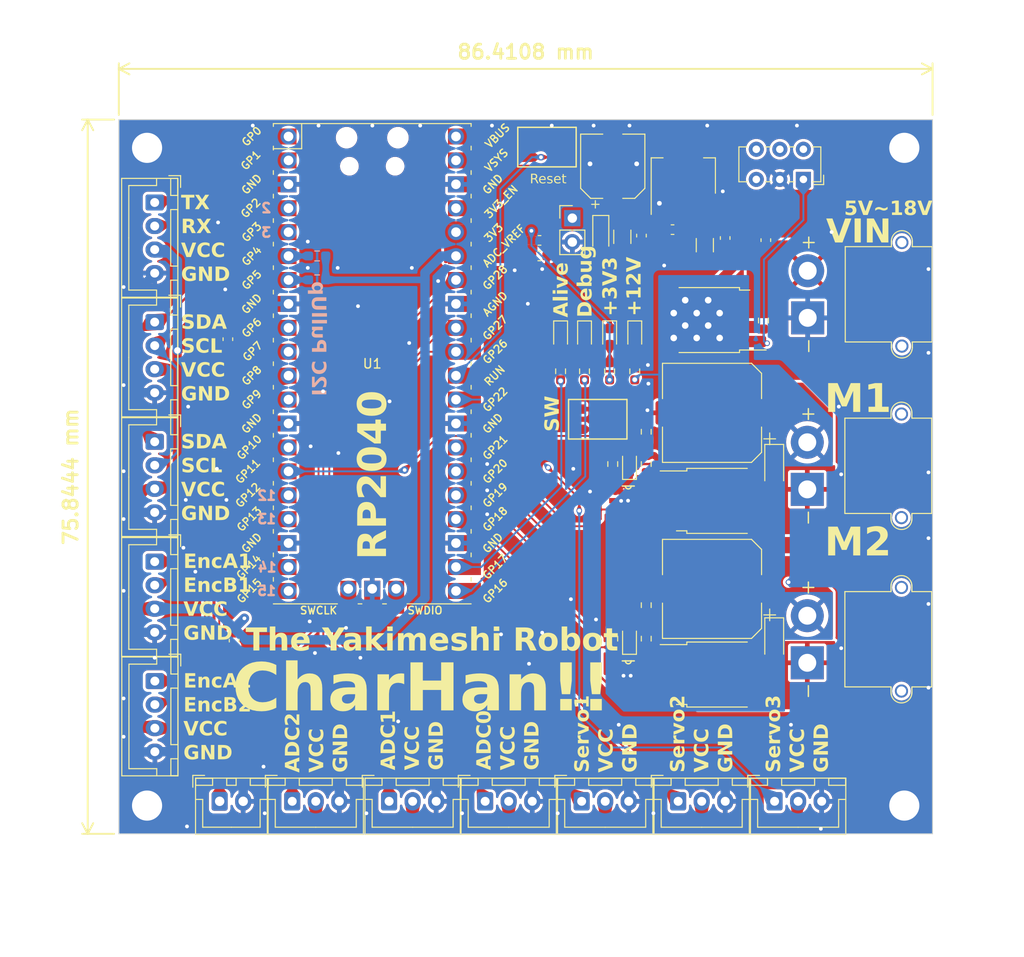
<source format=kicad_pcb>
(kicad_pcb (version 20221018) (generator pcbnew)
  (layers (0 "F.Cu" signal) (31 "B.Cu" signal) (34 "B.Paste" user) (35 "F.Paste" user) (36 "B.SilkS" user "B.Silkscreen") (37 "F.SilkS" user "F.Silkscreen") (38 "B.Mask" user) (39 "F.Mask" user) (44 "Edge.Cuts" user))
  (net 0 "")
  (net 1 "MOut2")
  (net 2 "+12V")
  (net 3 "GND")
  (net 4 "MOut1")
  (net 5 "+3V3")
  (net 6 "Net-(D2-A)")
  (net 7 "Net-(D3-A)")
  (net 8 "Net-(D4-A)")
  (net 9 "Net-(D5-A)")
  (net 10 "ADC0")
  (net 11 "ADC1")
  (net 12 "ADC2")
  (net 13 "SDA")
  (net 14 "SCL")
  (net 15 "EncPortA2")
  (net 16 "EncPortA1")
  (net 17 "+BATT")
  (net 18 "EMG_SW")
  (net 19 "Servo1")
  (net 20 "Servo2")
  (net 21 "Net-(Q1-G)")
  (net 22 "Net-(Q2-G)")
  (net 23 "Net-(Q3-G)")
  (net 24 "Debug_LED")
  (net 25 "Alive_LED")
  (net 26 "RUN")
  (net 27 "Net-(U2-~{OUT})")
  (net 28 "Net-(U3-~{OUT})")
  (net 29 "TX0")
  (net 30 "RX0")
  (net 31 "EncPortB1")
  (net 32 "SW")
  (net 37 "MotorB")
  (net 38 "MotorA")
  (net 44 "EncPortB2")
  (net 47 "Servo3")
  (net 48 "Net-(D6-A)")
  (net 49 "Net-(D7-A)")
  (footprint "Resistor_SMD:R_0603_1608Metric_Pad0.98x0.95mm_HandSolder" (layer "F.Cu") (at 112.903 105.918 90)
    (fp_text reference "R12" hide)
    (fp_text value "51" hide)
  )
  (footprint "Connector_JST:JST_XH_B3B-XH-A_1x03_P2.50mm_Vertical" (layer "F.Cu") (at 85.598 123.19)
    (fp_text reference "J6" hide)
    (fp_text value "JST-XH" hide)
  )
  (footprint "Connector_JST:JST_XH_B4B-XH-A_1x04_P2.50mm_Vertical" (layer "F.Cu") (at 60.706 59.603 -90)
    (fp_text reference "J2" hide)
    (fp_text value "JST-XH" hide)
  )
  (footprint "Capacitor_SMD:CP_Elec_10x10" (layer "F.Cu") (at 119.888 81.9404 180)
    (fp_text reference "C4" hide)
    (fp_text value "220u")
  )
  (footprint "Package_TO_SOT_SMD:TO-252-2" (layer "F.Cu") (at 120.523 109.728)
    (fp_text reference "Q2" hide)
    (fp_text value "MTB7D0N6RJ3" hide)
  )
  (footprint "LED_SMD:LED_0603_1608Metric_Pad1.05x0.95mm_HandSolder" (layer "F.Cu") (at 111.125 105.918 90)
    (fp_text reference "D7" hide)
    (fp_text value "LED" hide)
  )
  (footprint "Resistor_SMD:R_0603_1608Metric_Pad0.98x0.95mm_HandSolder" (layer "F.Cu") (at 112.903 83.947 90)
    (fp_text reference "R13" hide)
    (fp_text value "10k" hide)
  )
  (footprint "Capacitor_SMD:C_0603_1608Metric_Pad1.08x0.95mm_HandSolder" (layer "F.Cu") (at 112.395 63.119 -90)
    (fp_text reference "C7" hide)
    (fp_text value "0.1u" hide)
  )
  (footprint "Resistor_SMD:R_0603_1608Metric_Pad0.98x0.95mm_HandSolder" (layer "F.Cu") (at 109.347 87.376 90)
    (fp_text reference "R1" hide)
    (fp_text value "1k" hide)
  )
  (footprint "Diode_SMD:D_SOD-123F" (layer "F.Cu") (at 126.492 87.503 -90)
    (fp_text reference "D8" hide)
    (fp_text value "ＧＳ１０１０ＦＬ" hide)
  )
  (footprint "Diode_SMD:D_SOD-323_HandSoldering" (layer "F.Cu") (at 108.077 62.992 -90)
    (fp_text reference "D1" hide)
    (fp_text value "D_Schottky" hide)
  )
  (footprint "MCU_RaspberryPi_and_Boards:RPi_Pico_SMD_TH" (layer "F.Cu") (at 83.808 76.723)
    (fp_text reference "U1")
    (fp_text value "Pico" hide)
  )
  (footprint "Connector_AMASS:AMASS_XT30PW-M_1x02_P2.50mm_Horizontal" (layer "F.Cu") (at 130.005525 108.4814 -90)
    (fp_text reference "J16" hide)
    (fp_text value "XT30PW-M" hide)
  )
  (footprint "Package_TO_SOT_SMD:TO-252-2" (layer "F.Cu") (at 119.4965 72.0857 180)
    (fp_text reference "Q3" hide)
    (fp_text value "TJ60S04M3L" hide)
  )
  (footprint "Package_TO_SOT_SMD:TO-252-2" (layer "F.Cu") (at 120.523 91.2896)
    (fp_text reference "Q1" hide)
    (fp_text value "MTB7D0N6RJ3" hide)
  )
  (footprint "Capacitor_SMD:C_0603_1608Metric_Pad1.08x0.95mm_HandSolder" (layer "F.Cu") (at 121.285 63.373 -90)
    (fp_text reference "C10" hide)
    (fp_text value "0.1u" hide)
  )
  (footprint "LED_SMD:LED_0603_1608Metric_Pad1.05x0.95mm_HandSolder" (layer "F.Cu") (at 106.3498 73.8397 -90)
    (fp_text reference "D4" hide)
    (fp_text value "LED" hide)
  )
  (footprint "Connector_JST:JST_XH_B4B-XH-A_1x04_P2.50mm_Vertical" (layer "F.Cu") (at 60.706 72.303 -90)
    (fp_text reference "J8" hide)
    (fp_text value "JST-XH" hide)
  )
  (footprint "Diode_SMD:D_SOD-123F" (layer "F.Cu") (at 126.492 105.918 -90)
    (fp_text reference "D9" hide)
    (fp_text value "D" hide)
  )
  (footprint "Capacitor_SMD:C_0603_1608Metric_Pad1.08x0.95mm_HandSolder" (layer "F.Cu") (at 115.697 62.484 180)
    (fp_text reference "C12" hide)
    (fp_text value "0.1u" hide)
  )
  (footprint "MCP1401T-E_OT:SOT95P270X145-5N" (layer "F.Cu") (at 110.998 109.8314)
    (fp_text reference "U3" hide)
    (fp_text value "MCP1401T-E_OT" hide)
  )
  (footprint "MCP1401T-E_OT:SOT95P270X145-5N" (layer "F.Cu") (at 110.998 91.2642)
    (fp_text reference "U2" hide)
    (fp_text value "MCP1401T-E_OT" hide)
  )
  (footprint "Connector_JST:JST_XH_B4B-XH-A_1x04_P2.50mm_Vertical" (layer "F.Cu") (at 60.706 85.01 -90)
    (fp_text reference "J9" hide)
    (fp_text value "JST-XH" hide)
  )
  (footprint "Connector_JST:JST_XH_B3B-XH-A_1x03_P2.50mm_Vertical" (layer "F.Cu") (at 75.311 123.19)
    (fp_text reference "J7" hide)
    (fp_text value "JST-XH" hide)
  )
  (footprint "Connector_PinHeader_2.54mm:PinHeader_1x02_P2.54mm_Vertical" (layer "F.Cu") (at 105.0544 61.2648)
    (fp_text reference "J4" hide)
    (fp_text value "~" hide)
  )
  (footprint "Capacitor_SMD:CP_Elec_6.3x5.4" (layer "F.Cu") (at 109.347 55.753 90)
    (fp_text reference "C8" hide)
    (fp_text value "220u" hide)
  )
  (footprint "LED_SMD:LED_0603_1608Metric_Pad1.05x0.95mm_HandSolder" (layer "F.Cu") (at 111.125 87.3507 90)
    (fp_text reference "D6" hide)
    (fp_text value "LED" hide)
  )
  (footprint "Connector_JST:JST_XH_B4B-XH-A_1x04_P2.50mm_Vertical" (layer "F.Cu") (at 60.706 97.743 -90)
    (fp_text reference "J11" hide)
    (fp_text value "JST-XH" hide)
  )
  (footprint "Capacitor_SMD:CP_Elec_10x10" (layer "F.Cu") (at 119.888 100.6348 180)
    (fp_text reference "C2" hide)
    (fp_text value "220u")
  )
  (footprint "Connector_JST:JST_XH_B3B-XH-A_1x03_P2.50mm_Vertical" (layer "F.Cu") (at 116.292 123.19)
    (fp_text reference "J15" hide)
    (fp_text value "JST-XH" hide)
  )
  (footprint "Resistor_SMD:R_0603_1608Metric_Pad0.98x0.95mm_HandSolder" (layer "F.Cu") (at 112.903 102.362 90)
    (fp_text reference "R10" hide)
    (fp_text value "10k" hide)
  )
  (footprint "Connector_AMASS:AMASS_XT30PW-M_1x02_P2.50mm_Horizontal" (layer "F.Cu") (at 130.048 71.8528 -90)
    (fp_text reference "J12" hide)
    (fp_text value "XT30PW-M" hide)
  )
  (footprint "Connector_JST:JST_XH_B3B-XH-A_1x03_P2.50mm_Vertical" (layer "F.Cu") (at 95.798 123.19)
    (fp_text reference "J5" hide)
    (fp_text value "JST-XH" hide)
  )
  (footprint "Connector_JST:JST_XH_B4B-XH-A_1x04_P2.50mm_Vertical" (layer "F.Cu") (at 60.723 110.423 -90)
    (fp_text reference "J10" hide)
    (fp_text value "JST-XH" hide)
  )
  (footprint "Capacitor_SMD:C_1206_3216Metric_Pad1.33x1.80mm_HandSolder" (layer "F.Cu") (at 110.363 63.246 -90)
    (fp_text reference "C6" hide)
    (fp_text value "22u" hide)
  )
  (footprint "LED_SMD:LED_0603_1608Metric_Pad1.05x0.95mm_HandSolder" (layer "F.Cu") (at 111.6838 73.8397 -90)
    (fp_text reference "D2" hide)
    (fp_text value "LED" hide)
  )
  (footprint "Resistor_SMD:R_0603_1608Metric_Pad0.98x0.95mm_HandSolder" (layer "F.Cu") (at 109.0168 77.5227 90)
    (fp_text reference "R6" hide)
    (fp_text value "1k" hide)
  )
  (footprint "LED_SMD:LED_0603_1608Metric_Pad1.05x0.95mm_HandSolder" (layer "F.Cu") (at 103.8098 73.8397 -90)
    (fp_text reference "D5" hide)
    (fp_text value "LED" hide)
  )
  (footprint "Resistor_SMD:R_0603_1608Metric_Pad0.98x0.95mm_HandSolder" (layer "F.Cu") (at 111.6838 77.5227 90)
    (fp_text reference "R8" hide)
    (fp_text value "10k" hide)
  )
  (footprint "Resistor_SMD:R_0603_1608Metric_Pad0.98x0.95mm_HandSolder" (layer "F.Cu") (at 109.347 105.918 90)
    (fp_text reference "R2" hide)
    (fp_text value "1k" hide)
  )
  (footprint "Capacitor_SMD:C_0603_1608Metric_Pad1.08x0.95mm_HandSolder" (layer "F.Cu") (at 125.603 63.6005 -90)
    (fp_text reference "C15" hide)
    (fp_text value "0.1u" hide)
  )
  (footprint "newinov-kicad:SKRPACE010" (layer "F.Cu") (at 107.755 82.618)
    (fp_text reference "SW3" hide)
    (fp_text value "SW_Push" hide)
  )
  (footprint "Capacitor_SMD:C_1206_3216Metric_Pad1.33x1.80mm_HandSolder" (layer "F.Cu") (at 119.126 64.135 -90)
    (fp_text reference "C5" hide)
    (fp_text value "22u" hide)
  )
  (footprint "newinov-kicad:SKRPACE010" (layer "F.Cu") (at 102.362 53.721)
    (fp_text reference "SW1" hide)
    (fp_text value "SW_Push" hide)
  )
  (footprint "Resistor_SMD:R_0603_1608Metric_Pad0.98x0.95mm_HandSolder" (layer "F.Cu") (at 125.349 72.136 -90)
    (fp_text reference "R5" hide)
    (fp_text value "10k" hide)
  )
  (footprint "Connector_JST:JST_XH_B3B-XH-A_1x03_P2.50mm_Vertical" (layer "F.Cu") (at 106.045 123.19)
    (fp_text reference "J14" hide)
    (fp_text value "JST-XH" hide)
  )
  (footprint "Resistor_SMD:R_0603_1608Metric_Pad0.98x0.95mm_HandSolder" (layer "F.Cu") (at 103.8098 77.5227 90)
    (fp_text reference "R9" hide)
    (fp_text value "1k" hide)
  )
  (footprint "Capacitor_SMD:C_0603_1608Metric_Pad1.08x0.95mm_HandSolder" (layer "F.Cu") (at 69.1388 106.1212 -90)
    (fp_text reference "C13" hide)
    (fp_text value "0.1u" hide)
  )
  (footprint "Capacitor_SMD:C_0603_1608Metric_Pad1.08x0.95mm_HandSolder" (layer "F.Cu") (at 68.4784 74.1172 90)
    (fp_text reference "C14" hide)
    (fp_text value "0.1u" hide)
  )
  (footprint "Capacitor_SMD:C_0603_1608Metric_Pad1.08x0.95mm_HandSolder" (layer "F.Cu") (at 101.547 65.278)
    (fp_text reference "C9" hide)
    (fp_text value "0.1u" hide)
  )
  (footprint "Capacitor_SMD:C_0603_1608Metric_Pad1.08x0.95mm_HandSolder" (layer "F.Cu") (at 101.5735 63.627)
    (fp_text reference "C11" hide)
    (fp_text value "0.1u" hide)
  )
  (footprint "LED_SMD:LED_0603_1608Metric_Pad1.05x0.95mm_HandSolder" (layer "F.Cu") (at 109.0168 73.8397 -90)
    (fp_text reference "D3" hide)
    (fp_text value "LED" hide)
  )
  (footprint "Resistor_SMD:R_0603_1608Metric_Pad0.98x0.95mm_HandSolder" (layer "F.Cu") (at 112.903 87.376 90)
    (fp_text reference "R11" hide)
    (fp_text value "51" hide)
  )
  (footprint "Connector_JST:JST_XH_B3B-XH-A_1x03_P2.50mm_Vertical" (layer "F.Cu") (at 126.532 123.19)
    (fp_text reference "J3" hide)
    (fp_text value "JST-XH" hide)
  )
  (footprint "Package_TO_SOT_SMD:SOT-223-3_TabPin2" (layer "F.Cu") (at 116.84 56.769 90)
    (fp_text reference "U4" hide)
    (fp_text value "AZ1117CH-3.3TR" hide)
  )
  (footprint "Connector_JST:JST_XH_B2B-XH-A_1x02_P2.50mm_Vertical" (layer "F.Cu") (at 67.604 123.19)
    (fp_text reference "J13" hide)
    (fp_text value "JST-XH" hide)
  )
  (footprint "Button_Switch_THT:SW_E-Switch_EG1271_SPDT" (layer "F.Cu") (at 129.5908 57.15 180)
    (fp_text reference "SW2" hide)
    (fp_text value "SW_DPST_x2" hide)
  )
  (footprint "Connector_AMASS:AMASS_XT30PW-M_1x02_P2.50mm_Horizontal" (layer "F.Cu") (at 130.0048 90.0656 -90)
    (fp_text reference "J1" hide)
    (fp_text value "XT30PW-M" hide)
  )
  (footprint "Resistor_SMD:R_0603_1608Metric_Pad0.98x0.95mm_HandSolder" (layer "F.Cu") (at 106.3498 77.5227 90)
    (fp_text reference "R7" hide)
    (fp_text value "1k" hide)
  )
  (footprint "Resistor_SMD:R_0603_1608Metric_Pad0.98x0.95mm_HandSolder" (layer "B.Cu") (at 77.9545 65.278 180)
    (fp_text reference "R3" hide)
    (fp_text value "10k" hide)
  )
  (footprint "Resistor_SMD:R_0603_1608Metric_Pad0.98x0.95mm_HandSolder" (layer "B.Cu") (at 77.9545 67.818 180)
    (fp_text reference "R4" hide)
    (fp_text value "10k" hide)
  )
  (gr_rect (start 56.896 50.8) (end 143.3068 126.6444) (stroke (width 0.1)) (fill none) (layer "Edge.Cuts"))
  (gr_text "2" (at 72.5424 60.198) (layer "B.SilkS") (effects (font (size 1 1) (thickness 0.25) bold) (justify mirror)))
  (gr_text "12" (at 72.5932 90.7288) (layer "B.SilkS") (effects (font (size 1 1) (thickness 0.25) bold) (justify mirror)))
  (gr_text "14" (at 72.644 98.3488) (layer "B.SilkS") (effects (font (size 1 1) (thickness 0.25) bold) (justify mirror)))
  (gr_text "3" (at 72.5424 62.7888) (layer "B.SilkS") (effects (font (size 1 1) (thickness 0.25) bold) (justify mirror)))
  (gr_text "15" (at 72.5932 100.838) (layer "B.SilkS") (effects (font (size 1 1) (thickness 0.25) bold) (justify mirror)))
  (gr_text "I2C PullUp" (at 78.0288 74.0664 270) (layer "B.SilkS") (effects (font (size 1.5 1.5) (thickness 0.3) bold) (justify mirror)))
  (gr_text "13" (at 72.5932 93.218) (layer "B.SilkS") (effects (font (size 1 1) (thickness 0.25) bold) (justify mirror)))
  (gr_text "Servo3" (at 126.492 120.142 90) (layer "F.SilkS") (effects (font (size 1.5 1.5) (thickness 0.3) bold) (justify left)))
  (gr_text "Reset" (at 102.489 57.15) (layer "F.SilkS") (effects (font (size 1 1) (thickness 0.125))))
  (gr_text "VCC" (at 77.978 120.142 90) (layer "F.SilkS") (effects (font (size 1.5 1.5) (thickness 0.3) bold) (justify left)))
  (gr_text "VCC" (at 63.5 90.17) (layer "F.SilkS") (effects (font (size 1.5 1.5) (thickness 0.3) bold) (justify left)))
  (gr_text "SDA" (at 63.5 72.39) (layer "F.SilkS") (effects (font (size 1.5 1.5) (thickness 0.3) bold) (justify left)))
  (gr_text "VCC" (at 118.872 120.142 90) (layer "F.SilkS") (effects (font (size 1.5 1.5) (thickness 0.3) bold) (justify left)))
  (gr_text "+3V3" (at 109.1438 71.6807 90) (layer "F.SilkS") (effects (font (size 1.5 1.5) (thickness 0.3) bold) (justify left)))
  (gr_text "SDA" (at 63.5 85.09) (layer "F.SilkS") (effects (font (size 1.5 1.5) (thickness 0.3) bold) (justify left)))
  (gr_text "GND" (at 63.754 105.41) (layer "F.SilkS") (effects (font (size 1.5 1.5) (thickness 0.3) bold) (justify left)))
  (gr_text "SW" (at 102.997 83.947 90) (layer "F.SilkS") (effects (font (size 1.5 1.5) (thickness 0.3) bold) (justify left)))
  (gr_text "VIN\n" (at 138.938 62.8104) (layer "F.SilkS") (effects (font (size 2.5 2.5) (thickness 0.3) bold) (justify right)))
  (gr_text "EncA1" (at 63.754 97.79) (layer "F.SilkS") (effects (font (size 1.5 1.5) (thickness 0.3) bold) (justify left)))
  (gr_text "GND" (at 131.572 120.142 90) (layer "F.SilkS") (effects (font (size 1.5 1.5) (thickness 0.3) bold) (justify left)))
  (gr_text "ADC0" (at 95.758 119.888 90) (layer "F.SilkS") (effects (font (size 1.5 1.5) (thickness 0.3) bold) (justify left)))
  (gr_text "VCC" (at 63.5 77.47) (layer "F.SilkS") (effects (font (size 1.5 1.5) (thickness 0.3) bold) (justify left)))
  (gr_text "VCC" (at 108.712 120.142 90) (layer "F.SilkS") (effects (font (size 1.5 1.5) (thickness 0.3) bold) (justify left)))
  (gr_text "VCC" (at 129.032 120.142 90) (layer "F.SilkS") (effects (font (size 1.5 1.5) (thickness 0.3) bold) (justify left)))
  (gr_text "Servo1" (at 106.172 120.142 90) (layer "F.SilkS") (effects (font (size 1.5 1.5) (thickness 0.3) bold) (justify left)))
  (gr_text "RP2040" (at 84.0232 97.536 90) (layer "F.SilkS") (effects (font (size 3 3) (thickness 0.3) bold) (justify left)))
  (gr_text "VCC" (at 63.754 115.57) (layer "F.SilkS") (effects (font (size 1.5 1.5) (thickness 0.3) bold) (justify left)))
  (gr_text "ADC2" (at 75.438 120.142 90) (layer "F.SilkS") (effects (font (size 1.5 1.5) (thickness 0.3) bold) (justify left)))
  (gr_text "GND" (at 100.838 119.888 90) (layer "F.SilkS") (effects (font (size 1.5 1.5) (thickness 0.3) bold) (justify left)))
  (gr_text "ADC1" (at 85.598 119.888 90) (layer "F.SilkS") (effects (font (size 1.5 1.5) (thickness 0.3) bold) (justify left)))
  (gr_text "EncA2\n" (at 63.754 110.49) (layer "F.SilkS") (effects (font (size 1.5 1.5) (thickness 0.3) bold) (justify left)))
  (gr_text "The Yakimeshi Robot" (at 70.358 104.775) (layer "F.SilkS") (effects (font (size 2.4 2.4) (thickness 0.3) bold italic) (justify left top)))
  (gr_text "VCC" (at 63.754 102.87) (layer "F.SilkS") (effects (font (size 1.5 1.5) (thickness 0.3) bold) (justify left)))
  (gr_text "EncB2" (at 63.754 113.03) (layer "F.SilkS") (effects (font (size 1.5 1.5) (thickness 0.3) bold) (justify left)))
  (gr_text "GND" (at 63.754 118.11) (layer "F.SilkS") (effects (font (size 1.5 1.5) (thickness 0.3) bold) (justify left)))
  (gr_text "GND" (at 111.252 120.142 90) (layer "F.SilkS") (effects (font (size 1.5 1.5) (thickness 0.3) bold) (justify left)))
  (gr_text "VCC" (at 88.138 119.888 90) (layer "F.SilkS") (effects (font (size 1.5 1.5) (thickness 0.3) bold) (justify left)))
  (gr_text "SCL" (at 63.5 74.93) (layer "F.SilkS") (effects (font (size 1.5 1.5) (thickness 0.3) bold) (justify left)))
  (gr_text "TX" (at 63.5 59.69) (layer "F.SilkS") (effects (font (size 1.5 1.5) (thickness 0.3) bold) (justify left)))
  (gr_text "GND" (at 121.412 120.142 90) (layer "F.SilkS") (effects (font (size 1.5 1.5) (thickness 0.3) bold) (justify left)))
  (gr_text "Alive" (at 103.9368 71.8077 90) (layer "F.SilkS") (effects (font (size 1.5 1.5) (thickness 0.3) bold) (justify left)))
  (gr_text "GND" (at 80.518 120.142 90) (layer "F.SilkS") (effects (font (size 1.5 1.5) (thickness 0.3) bold) (justify left)))
  (gr_text "VCC" (at 63.5 64.77) (layer "F.SilkS") (effects (font (size 1.5 1.5) (thickness 0.3) bold) (justify left)))
  (gr_text "RX" (at 63.5 62.23) (layer "F.SilkS") (effects (font (size 1.5 1.5) (thickness 0.3) bold) (justify left)))
  (gr_text "GND" (at 90.678 119.888 90) (layer "F.SilkS") (effects (font (size 1.5 1.5) (thickness 0.3) bold) (justify left)))
  (gr_text "GND" (at 63.5 67.31) (layer "F.SilkS") (effects (font (size 1.5 1.5) (thickness 0.3) bold) (justify left)))
  (gr_text "SCL" (at 63.5 87.63) (layer "F.SilkS") (effects (font (size 1.5 1.5) (thickness 0.3) bold) (justify left)))
  (gr_text "CharHan!!" (at 68.9356 108.5342) (layer "F.SilkS") (effects (font (size 5 5) (thickness 0.3) bold italic) (justify left top)))
  (gr_text "M2" (at 138.937275 95.8362) (layer "F.SilkS") (effects (font (size 3 3) (thickness 0.3) bold) (justify right)))
  (gr_text "Servo2" (at 116.332 120.142 90) (layer "F.SilkS") (effects (font (size 1.5 1.5) (thickness 0.3) bold) (justify left)))
  (gr_text "VCC" (at 98.298 119.888 90) (layer "F.SilkS") (effects (font (size 1.5 1.5) (thickness 0.3) bold) (justify left)))
  (gr_text "M1" (at 138.937275 80.5962) (layer "F.SilkS") (effects (font (size 3 3) (thickness 0.3) bold) (justify right)))
  (gr_text "5V~18V" (at 133.9088 61.1848) (layer "F.SilkS") (effects (font (size 1.5 1.5) (thickness 0.3) bold) (justify left bottom)))
  (gr_text "Debug" (at 106.4768 71.8077 90) (layer "F.SilkS") (effects (font (size 1.5 1.5) (thickness 0.3) bold) (justify left)))
  (gr_text "GND" (at 63.5 80.01) (layer "F.SilkS") (effects (font (size 1.5 1.5) (thickness 0.3) bold) (justify left)))
  (gr_text "EncB1" (at 63.754 100.33) (layer "F.SilkS") (effects (font (size 1.5 1.5) (thickness 0.3) bold) (justify left)))
  (gr_text "+12V" (at 111.6838 71.6807 90) (layer "F.SilkS") (effects (font (size 1.5 1.5) (thickness 0.3) bold) (justify left)))
  (gr_text "GND" (at 63.5 92.71) (layer "F.SilkS") (effects (font (size 1.5 1.5) (thickness 0.3) bold) (justify left)))
  (dimension (type aligned) (layer "F.SilkS") (pts (xy 143.3068 50.8) (xy 56.896 50.8)) (height 5.384799) (gr_text "86.4108 mm" (at 100.1014 43.615201) (layer "F.SilkS") (effects (font (size 1.5 1.5) (thickness 0.3)))) (format (prefix "") (suffix "") (units 3) (units_format 1) (precision 4)) (style (thickness 0.2) (arrow_length 1.27) (text_position_mode 0) (extension_height 0.58642) (extension_offset 0.5) keep_text_aligned))
  (dimension (type aligned) (layer "F.SilkS") (pts (xy 56.896 50.8) (xy 56.896 126.6444)) (height 3.301999) (gr_text "75.8444 mm" (at 51.794001 88.7222 90) (layer "F.SilkS") (effects (font (size 1.5 1.5) (thickness 0.3)))) (format (prefix "") (suffix "") (units 3) (units_format 1) (precision 4)) (style (thickness 0.2) (arrow_length 1.27) (text_position_mode 0) (extension_height 0.58642) (extension_offset 0.5) keep_text_aligned))
  (segment (start 119.253 60.032) (end 119.14 59.919) (width 0.7) (layer "F.Cu") (net 2))
  (segment (start 110.972112 91.2642) (end 110.260437 91.2642) (width 0.5) (layer "F.Cu") (net 2))
  (segment (start 109.6264 91.2642) (end 109.6028 91.2878) (width 0.5) (layer "F.Cu") (net 2))
  (segment (start 110.236837 91.2878) (end 109.65 91.2878) (width 0.5) (layer "F.Cu") (net 2))
  (segment (start 121.133 59.919) (end 119.14 59.919) (width 1) (layer "F.Cu") (net 2))
  (segment (start 109.7534 109.8314) (end 110.0854 109.8314) (width 0.5) (layer "F.Cu") (net 2))
  (segment (start 119.188 62.5105) (end 119.126 62.5725) (width 0.7) (layer "F.Cu") (net 2))
  (segment (start 110.49 109.855) (end 109.777 109.855) (width 0.5) (layer "F.Cu") (net 2))
  (segment (start 111.6838 78.4352) (end 111.6838 78.4117) (width 0.2) (layer "F.Cu") (net 2))
  (segment (start 115.8221 70.0269) (end 118.2365 72.1365) (width 1) (layer "F.Cu") (net 2))
  (segment (start 119.7615 70.6115) (end 118.2365 72.1365) (width 1) (layer "F.Cu") (net 2))
  (segment (start 116.4825 70.3825) (end 115.8221 70.0269) (width 1) (layer "F.Cu") (net 2))
  (segment (start 122.809 65.786) (end 119.4797 69.1153) (width 1) (layer "F.Cu") (net 2))
  (segment (start 119.14 62.5585) (end 119.126 62.5725) (width 1) (layer "F.Cu") (net 2))
  (segment (start 122.809 65.786) (end 122.809 61.595) (width 1) (layer "F.Cu") (net 2))
  (segment (start 110.260437 91.2642) (end 110.236837 91.2878) (width 0.5) (layer "F.Cu") (net 2))
  (segment (start 109.6028 91.2878) (end 109.601837 91.2878) (width 0.5) (layer "F.Cu") (net 2))
  (segment (start 119.4797 69.1153) (end 119.4797 69.9761) (width 1) (layer "F.Cu") (net 2))
  (segment (start 117.309 74.409) (end 116.5615 73.6615) (width 1) (layer "F.Cu") (net 2))
  (segment (start 121.285 62.5105) (end 119.188 62.5105) (width 0.7) (layer "F.Cu") (net 2))
  (segment (start 111.252 109.855) (end 110.49 109.855) (width 0.5) (layer "F.Cu") (net 2))
  (segment (start 109.65 91.2878) (end 109.6264 91.2642) (width 0.5) (layer "F.Cu") (net 2))
  (segment (start 119.9115 70.6115) (end 119.7615 70.6115) (width 1) (layer "F.Cu") (net 2))
  (segment (start 109.777 109.855) (end 109.7534 109.8314) (width 0.5) (layer "F.Cu") (net 2))
  (segment (start 119.14 59.919) (end 119.14 62.5585) (width 1) (layer "F.Cu") (net 2))
  (segment (start 110.0854 109.8314) (end 110.109 109.855) (width 0.5) (layer "F.Cu") (net 2))
  (segment (start 122.809 61.595) (end 121.133 59.919) (width 1) (layer "F.Cu") (net 2))
  (via (at 110.236837 91.2878) (size 0.6) (drill 0.4) (layers "F.Cu" "B.Cu") (net 2))
  (via (at 119.4797 69.9761) (size 1.2) (drill 0.7) (layers "F.Cu" "B.Cu") (net 2))
  (via (at 111.252 109.855) (size 0.6) (drill 0.4) (layers "F.Cu" "B.Cu") (net 2))
  (via (at 115.8221 71.3477) (size 1.2) (drill 0.7) (layers "F.Cu" "B.Cu") (net 2))
  (via (at 117.0413 72.6685) (size 1.2) (drill 0.7) (layers "F.Cu" "B.Cu") (net 2))
  (via (at 110.972112 91.2642) (size 0.6) (drill 0.4) (layers "F.Cu" "B.Cu") (net 2))
  (via (at 120.6989 71.3477) (size 1.2) (drill 0.7) (layers "F.Cu" "B.Cu") (net 2))
  (via (at 115.8221 73.9893) (size 1.2) (drill 0.7) (layers "F.Cu" "B.Cu") (net 2))
  (via (at 117.0413 69.9761) (size 1.2) (drill 0.7) (layers "F.Cu" "B.Cu") (net 2))
  (via (at 120.6989 73.9893) (size 1.2) (drill 0.7) (layers "F.Cu" "B.Cu") (net 2))
  (via (at 118.2605 73.9893) (size 1.2) (drill 0.7) (layers "F.Cu" "B.Cu") (net 2))
  (via (at 111.6838 78.4117) (size 0.7) (drill 0.5) (layers "F.Cu" "B.Cu") (net 2))
  (via (at 119.4797 72.6685) (size 1.2) (drill 0.7) (layers "F.Cu" "B.Cu") (net 2))
  (via (at 118.2605 71.3477) (size 1.2) (drill 0.7) (layers "F.Cu" "B.Cu") (net 2))
  (via (at 110.49 109.855) (size 0.6) (drill 0.4) (layers "F.Cu" "B.Cu") (net 2))
  (segment (start 111.6838 78.4117) (end 112.2191 77.8764) (width 0.2) (layer "B.Cu") (net 2))
  (segment (start 112.2191 77.8764) (end 114.7064 77.8764) (width 0.2) (layer "B.Cu") (net 2))
  (segment (start 118.2605 73.9893) (end 118.3113 74.0401) (width 1) (layer "B.Cu") (net 2))
  (segment (start 111.125 106.793) (end 111.125 107.393) (width 0.7) (layer "F.Cu") (net 3))
  (segment (start 111.125 88.8258) (end 109.6264 90.3244) (width 0.7) (layer "F.Cu") (net 3))
  (segment (start 111.125 107.393) (end 109.6264 108.8916) (width 0.7) (layer "F.Cu") (net 3))
  (segment (start 102.436 65.2515) (end 102.4095 65.278) (width 1) (layer "F.Cu") (net 3))
  (segment (start 102.4095 65.278) (end 102.4095 63.6535) (width 0.7) (layer "F.Cu") (net 3))
  (segment (start 109.04 52.646) (end 109.347 52.953) (width 1) (layer "F.Cu") (net 3))
  (segment (start 114.8345 62.484) (end 114.8345 60.2135) (width 1) (layer "F.Cu") (net 3))
  (segment (start 102.4095 63.6535) (end 102.436 63.627) (width 0.7) (layer "F.Cu") (net 3))
  (segment (start 111.125 88.2257) (end 111.125 88.8258) (width 0.7) (layer "F.Cu") (net 3))
  (segment (start 114.8345 60.2135) (end 114.54 59.919) (width 1) (layer "F.Cu") (net 3))
  (segment (start 130.048 71.8528) (end 130.048 71.882) (width 0.7) (layer "F.Cu") (net 3))
  (via (at 113.029275 81.661) (size 0.6) (drill 0.4) (layers "F.Cu" "B.Cu") (net 3))
  (via (at 114.808 66.294) (size 0.6) (drill 0.4) (layers "F.Cu" "B.Cu") (net 3))
  (via (at 142.875 75.565) (size 0.6) (drill 0.4) (layers "F.Cu" "B.Cu") (net 3))
  (via (at 60.706 107.95) (size 0.6) (drill 0.4) (layers "F.Cu" "B.Cu") (net 3))
  (via (at 63.754 96.266) (size 0.6) (drill 0.4) (layers "F.Cu" "B.Cu") (net 3))
  (via (at 113.0808 76.8604) (size 0.6) (drill 0.4) (layers "F.Cu" "B.Cu") (net 3))
  (via (at 83.185 124.46) (size 0.6) (drill 0.4) (layers "F.Cu" "B.Cu") (net 3))
  (via (at 90.805 67.945) (size 0.6) (drill 0.4) (layers "F.Cu" "B.Cu") (net 3))
  (via (at 77.724 107.442) (size 0.6) (drill 0.4) (layers "F.Cu" "B.Cu") (net 3))
  (via (at 97.4852 105.4608) (size 0.6) (drill 0.4) (layers "F.Cu" "B.Cu") (net 3))
  (via (at 59.896 123.6444) (size 6) (drill 3.2) (layers "F.Cu" "B.Cu") (net 3))
  (via (at 82.55 107.95) (size 0.6) (drill 0.4) (layers "F.Cu" "B.Cu") (net 3))
  (via (at 86.5632 114.7064) (size 0.6) (drill 0.4) (layers "F.Cu" "B.Cu") (net 3))
  (via (at 68.326 91.186) (size 0.6) (drill 0.4) (layers "F.Cu" "B.Cu") (net 3))
  (via (at 76.962 66.548) (size 0.6) (drill 0.4) (layers "F.Cu" "B.Cu") (net 3))
  (via (at 113.1316 78.8416) (size 0.6) (drill 0.4) (layers "F.Cu" "B.Cu") (net 3))
  (via (at 88.011 66.548) (size 0.6) (drill 0.4) (layers "F.Cu" "B.Cu") (net 3))
  (via (at 93.345 124.46) (size 0.6) (drill 0.4) (layers "F.Cu" "B.Cu") (net 3))
  (via (at 68.199 68.834) (size 0.6) (drill 0.4) (layers "F.Cu" "B.Cu") (net 3))
  (via (at 128.905 51.435) (size 0.6) (drill 0.4) (layers "F.Cu" "B.Cu") (net 3))
  (via (at 57.404 93.218) (size 0.6) (drill 0.4) (layers "F.Cu" "B.Cu") (net 3))
  (via (at 142.875 102.235) (size 0.6) (drill 0.4) (layers "F.Cu" "B.Cu") (net 3))
  (via (at 77.2668 85.4964) (size 0.6) (drill 0.4) (layers "F.Cu" "B.Cu") (net 3))
  (via (at 57.404 78.994) (size 0.6) (drill 0.4) (layers "F.Cu" "B.Cu") (net 3))
  (via (at 114.3 59.69) (size 0.7) (drill 0.5) (layers "F.Cu" "B.Cu") (net 3))
  (via (at 80.137 66.548) (size 0.6) (drill 0.4) (layers "F.Cu" "B.Cu") (net 3))
  (via (at 87.7316 74.5236) (size 0.6) (drill 0.4) (layers "F.Cu" "B.Cu") (net 3))
  (via (at 128.016 99.9236) (size 0.6) (drill 0.4) (layers "F.Cu" "B.Cu") (net 3))
  (via (at 64.008 91.186) (size 0.6) (drill 0.4) (layers "F.Cu" "B.Cu") (net 3))
  (via (at 100.33 70.358) (size 0.6) (drill 0.4) (layers "F.Cu" "B.Cu") (net 3))
  (via (at 76.962 63.754) (size 0.6) (drill 0.4) (layers "F.Cu" "B.Cu") (net 3))
  (via (at 119.38 51.435) (size 0.6) (drill 0.4) (layers "F.Cu" "B.Cu") (net 3))
  (via (at 121.031 58.42) (size 0.6) (drill 0.4) (layers "F.Cu" "B.Cu") (net 3))
  (via (at 96.012 92.71) (size 0.6) (drill 0.4) (layers "F.Cu" "B.Cu") (net 3))
  (via (at 67.31 87.884) (size 0.6) (drill 0.4) (layers "F.Cu" "B.Cu") (net 3))
  (via (at 128.27 115.062) (size 0.6) (drill 0.4) (layers "F.Cu" "B.Cu") (net 3))
  (via (at 133.604 106.934) (size 0.6) (drill 0.4) (layers "F.Cu" "B.Cu") (net 3))
  (via (at 57.404 100.838) (size 0.6) (drill 0.4) (layers "F.Cu" "B.Cu") (net 3))
  (via (at 67.437 61.722) (size 0.6) (drill 0.4) (layers "F.Cu" "B.Cu") (net 3))
  (via (at 142.875 95.25) (size 0.6) (drill 0.4) (layers "F.Cu" "B.Cu") (net 3))
  (via (at 142.875 88.265) (size 0.6) (drill 0.4) (layers "F.Cu" "B.Cu") (net 3))
  (via (at 140.3068 53.8) (size 6) (drill 3.2) (layers "F.Cu" "B.Cu") (net 3))
  (via (at 64.135 125.857) (size 0.6) (drill 0.4) (layers "F.Cu" "B.Cu") (net 3))
  (via (at 64.262 81.28) (size 0.6) (drill 0.4) (layers "F.Cu" "B.Cu") (net 3))
  (via (at 103.505 124.46) (size 0.6) (drill 0.4) (layers "F.Cu" "B.Cu") (net 3))
  (via (at 57.404 112.268) (size 0.6) (drill 0.4) (layers "F.Cu" "B.Cu") (net 3))
  (via (at 107.315 51.435) (size 0.6) (drill 0.4) (layers "F.Cu" "B.Cu") (net 3))
  (via (at 101.854 66.675) (size 0.6) (drill 0.4) (layers "F.Cu" "B.Cu") (net 3))
  (via (at 107.569 103.886) (size 0.6) (drill 0.4) (layers "F.Cu" "B.Cu") (net 3))
  (via (at 96.52 51.435) (size 0.6) (drill 0.4) (layers "F.Cu" "B.Cu") (net 3))
  (via (at 142.875 66.675) (size 0.6) (drill 0.4) (layers "F.Cu" "B.Cu") (net 3))
  (via (at 81.026 104.775) (size 0.6) (drill 0.4) (layers "F.Cu" "B.Cu") (net 3))
  (via (at 111.887 55.499) (size 0.7) (drill 0.5) (layers "F.Cu" "B.Cu") (net 3))
  (via (at 57.404 68.58) (size 0.6) (drill 0.4) (layers "F.Cu" "B.Cu") (net 3))
  (via (at 133.35 81.28) (size 0.6) (drill 0.4) (layers "F.Cu" "B.Cu") (net 3))
  (via (at 72.39 124.46) (size 0.6) (drill 0.4) (layers "F.Cu" "B.Cu") (net 3))
  (via (at 101.854 105.283) (size 0.6) (drill 0.4) (layers "F.Cu" "B.Cu") (net 3))
  (via (at 131.445 126.111) (size 0.6) (drill 0.4) (layers "F.Cu" "B.Cu") (net 3))
  (via (at 80.2132 86.2076) (size 0.6) (drill 0.4) (layers "F.Cu" "B.Cu") (net 3))
  (via (at 111.125 51.435) (size 0.6) (drill 0.4) (layers "F.Cu" "B.Cu") (net 3))
  (via (at 96.012 87.376) (size 0.6) (drill 0.4) (layers "F.Cu" "B.Cu") (net 3))
  (via (at 109.982 115.062) (size 0.6) (drill 0.4) (layers "F.Cu" "B.Cu") (net 3))
  (via (at 78.5876 79.6544) (size 0.6) (drill 0.4) (layers "F.Cu" "B.Cu") (net 3))
  (via (at 65.024 98.806) (size 0.6) (drill 0.4) (layers "F.Cu" "B.Cu") (net 3))
  (via (at 59.896 53.8) (size 6) (drill 3.2) (layers "F.Cu" "B.Cu") (net 3))
  (via (at 133.603275 88.4702) (size 0.6) (drill 0.4) (layers "F.Cu" "B.Cu") (net 3))
  (via (at 106.934 90.297) (size 0.6) (drill 0.4) (layers "F.Cu" "B.Cu") (net 3))
  (via (at 102.87 51.435) (size 0.6) (drill 0.4) (layers "F.Cu" "B.Cu") (net 3))
  (via (at 85.6488 80.7212) (size 0.6) (drill 0.4) (layers "F.Cu" "B.Cu") (net 3))
  (via (at 105.156 87.884) (size 0.6) (drill 0.4) (layers "F.Cu" "B.Cu") (net 3))
  (via (at 71.12 51.435) (size 0.6) (drill 0.4) (layers "F.Cu" "B.Cu") (net 3))
  (via (at 140.3068 123.6444) (size 6) (drill 3.2) (layers "F.Cu" "B.Cu") (net 3))
  (via (at 100.457 108.585) (size 0.6) (drill 0.4) (layers "F.Cu" "B.Cu") (net 3))
  (via (at 96.012 90.17) (size 0.6) (drill 0.4) (layers "F.Cu" "B.Cu") (net 3))
  (via (at 57.404 116.332) (size 0.6) (drill 0.4) (layers "F.Cu" "B.Cu") (net 3))
  (via (at 82.296 70.612) (size 0.6) (drill 0.4) (layers "F.Cu" "B.Cu") (net 3))
  (via (at 106.934 55.499) (size 0.7) (drill 0.5) (layers "F.Cu" "B.Cu") (net 3))
  (via (at 132.588 62.738) (size 0.6) (drill 0.4) (layers "F.Cu" "B.Cu") (net 3))
  (via (at 83.82 51.435) (size 0.6) (drill 0.4) (layers "F.Cu" "B.Cu") (net 3))
  (via (at 142.875 111.125) (size 0.6) (drill 0.4) (layers "F.Cu" "B.Cu") (net 3))
  (via (at 78.105 51.435) (size 0.6) (drill 0.4) (layers "F.Cu" "B.Cu") (net 3))
  (via (at 77.1652 104.0892) (size 0.6) (drill 0.4) (layers "F.Cu" "B.Cu") (net 3))
  (via (at 113.665 124.46) (size 0.6) (drill 0.4) (layers "F.Cu" "B.Cu") (net 3))
  (via (at 104.902 101.727) (size 0.6) (drill 0.4) (layers "F.Cu" "B.Cu") (net 3))
  (via (at 88.9 51.435) (size 0.6) (drill 0.4) (layers "F.Cu" "B.Cu") (net 3))
  (via (at 57.404 88.138) (size 0.6) (drill 0.4) (layers "F.Cu" "B.Cu") (net 3))
  (via (at 98.933 66.802) (size 0.6) (drill 0.4) (layers "F.Cu" "B.Cu") (net 3))
  (via (at 72.263 119.507) (size 0.6) (drill 0.4) (layers "F.Cu" "B.Cu") (net 3))
  (segment (start 58.42 117.221) (end 59.142 117.943) (width 1) (layer "B.Cu") (net 3))
  (segment (start 57.785 116.205) (end 58.42 116.84) (width 1) (layer "B.Cu") (net 3))
  (segment (start 70.104 121.031) (end 66.996 117.923) (width 1) (layer "B.Cu") (net 3))
  (segment (start 58.467 79.803) (end 58.42 79.756) (width 1) (layer "B.Cu") (net 3))
  (segment (start 90.598 121.111) (end 90.598 123.19) (width 1) (layer "B.Cu") (net 3))
  (segment (start 110.998 121.031) (end 120.777 121.031) (width 1) (layer "B.Cu") (net 3))
  (segment (start 58.42 115.57) (end 57.785 116.205) (width 1) (layer "B.Cu") (net 3))
  (segment (start 70.104 121.031) (end 70.104 123.19) (width 1) (layer "B.Cu") (net 3))
  (segment (start 60.706 79.803) (end 58.467 79.803) (width 1) (layer "B.Cu") (net 3))
  (segment (start 60.703 117.943) (end 60.723 117.923) (width 1) (layer "B.Cu") (net 3))
  (segment (start 60.706 67.228) (end 58.42 69.514) (width 1) (layer "B.Cu") (net 3))
  (segment (start 70.104 121.031) (end 80.391 121.031) (width 1) (layer "B.Cu") (net 3))
  (segment (start 100.798 121.071) (end 100.838 121.031) (width 1) (layer "B.Cu") (net 3))
  (segment (start 60.706 67.103) (end 60.706 67.228) (width 1) (layer "B.Cu") (net 3))
  (segment (start 58.42 69.514) (end 58.42 79.756) (width 1) (layer "B.Cu") (net 3))
  (segment (start 111.045 123.19) (end 111.045 121.078) (width 1) (layer "B.Cu") (net 3))
  (segment (start 58.42 92.71) (end 58.42 105.283) (width 1) (layer "B.Cu") (net 3))
  (segment (start 90.598 121.111) (end 90.678 121.031) (width 1) (layer "B.Cu") (net 3))
  (segment (start 80.311 121.111) (end 80.311 123.19) (width 1) (layer "B.Cu") (net 3))
  (segment (start 120.777 121.031) (end 121.292 121.546) (width 1) (layer "B.Cu") (net 3))
  (segment (start 66.996 117.923) (end 60.723 117.923) (width 1) (layer "B.Cu") (net 3))
  (segment (start 100.838 121.031) (end 110.998 121.031) (width 1) (layer "B.Cu") (net 3))
  (segment (start 111.045 121.078) (end 110.998 121.031) (width 1) (layer "B.Cu") (net 3))
  (segment (start 58.42 79.756) (end 58.42 92.71) (width 1) (layer "B.Cu") (net 3))
  (segment (start 58.62 92.51) (end 58.42 92.71) (width 1) (layer "B.Cu") (net 3))
  (segment (start 58.42 105.283) (end 58.42 115.57) (width 1) (layer "B.Cu") (net 3))
  (segment (start 60.706 92.51) (end 58.62 92.51) (width 1) (layer "B.Cu") (net 3))
  (segment (start 90.678 121.031) (end 100.838 121.031) (width 1) (layer "B.Cu") (net 3))
  (segment (start 80.391 121.031) (end 90.678 121.031) (width 1) (layer "B.Cu") (net 3))
  (segment (start 58.46 105.243) (end 58.42 105.283) (width 1) (layer "B.Cu") (net 3))
  (segment (start 60.706 105.243) (end 58.46 105.243) (width 1) (layer "B.Cu") (net 3))
  (segment (start 80.391 121.031) (end 80.311 121.111) (width 1) (layer "B.Cu") (net 3))
  (segment (start 59.142 117.943) (end 60.703 117.943) (width 1) (layer "B.Cu") (net 3))
  (segment (start 58.42 116.84) (end 58.42 117.221) (width 1) (layer "B.Cu") (net 3))
  (segment (start 100.798 121.071) (end 100.798 123.19) (width 1) (layer "B.Cu") (net 3))
  (segment (start 121.292 121.546) (end 121.292 123.19) (width 1) (layer "B.Cu") (net 3))
  (segment (start 59.416 115.423) (end 58.547 114.554) (width 1) (layer "F.Cu") (net 5))
  (segment (start 68.4784 74.9797) (end 63.4503 74.9797) (width 0.7) (layer "F.Cu") (net 5))
  (segment (start 62.337 115.423) (end 64.77 117.856) (width 1) (layer "F.Cu") (net 5))
  (segment (start 58.547 91.313) (end 59.85 90.01) (width 1) (layer "F.Cu") (net 5))
  (segment (start 66.802 125.857) (end 77.597 125.857) (width 1) (layer "F.Cu") (net 5))
  (segment (start 116.5595 62.484) (end 116.5595 60.1995) (width 1) (layer "F.Cu") (net 5))
  (segment (start 58.547 114.554) (end 58.547 102.743) (width 1) (layer "F.Cu") (net 5))
  (segment (start 69.1388 104.8512) (end 69.1388 105.2587) (width 1) (layer "F.Cu") (net 5))
  (segment (start 77.811 125.643) (end 77.597 125.857) (width 1) (layer "F.Cu") (net 5))
  (segment (start 92.713 62.738) (end 92.698 62.753) (width 1) (layer "F.Cu") (net 5))
  (segment (start 63.079 77.303) (end 63.119 77.343) (width 1) (layer "F.Cu") (net 5))
  (segment (start 59.85 90.01) (end 60.706 90.01) (width 1) (layer "F.Cu") (net 5))
  (segment (start 118.792 123.19) (end 118.792 125.81) (width 1) (layer "F.Cu") (net 5))
  (segment (start 98.298 125.857) (end 108.585 125.857) (width 1) (layer "F.Cu") (net 5))
  (segment (start 60.723 115.423) (end 62.337 115.423) (width 1) (layer "F.Cu") (net 5))
  (segment (start 62.009 90.01) (end 63.119 88.9) (width 1) (layer "F.Cu") (net 5))
  (segment (start 98.298 125.857) (end 98.298 123.19) (width 1) (layer "F.Cu") (net 5))
  (segment (start 88.138 125.857) (end 88.098 125.817) (width 1) (layer "F.Cu") (net 5))
  (segment (start 127.762 125.857) (end 129.032 124.587) (width 1) (layer "F.Cu") (net 5))
  (segment (start 92.713 65.278) (end 92.698 65.293) (width 1) (layer "F.Cu") (net 5))
  (segment (start 70.231 103.759) (end 69.1388 104.8512) (width 1) (layer "F.Cu") (net 5))
  (segment (start 63.4503 74.9797) (end 63.119 75.311) (width 0.7) (layer "F.Cu") (net 5))
  (segment (start 108.585 125.857) (end 118.745 125.857) (width 1) (layer "F.Cu") (net 5))
  (segment (start 116.5595 60.1995) (end 116.84 59.919) (width 1) (layer "F.Cu") (net 5))
  (segment (start 60.706 90.01) (end 62.009 90.01) (width 1) (layer "F.Cu") (net 5))
  (segment (start 100.6845 62.6375) (end 100.6845 65.278) (width 0.2) (layer "F.Cu") (net 5))
  (segment (start 63.079 75.351) (end 63.119 75.311) (width 1) (layer "F.Cu") (net 5))
  (segment (start 58.547 102.743) (end 58.547 91.313) (width 1) (layer "F.Cu") (net 5))
  (segment (start 92.698 65.293) (end 92.698 62.753) (width 1) (layer "F.Cu") (net 5))
  (segment (start 63.079 77.303) (end 63.079 75.351) (width 1) (layer "F.Cu") (net 5))
  (segment (start 60.723 115.423) (end 59.416 115.423) (width 1) (layer "F.Cu") (net 5))
  (segment (start 100.711 62.611) (end 100.6845 62.6375) (width 0.2) (layer "F.Cu") (net 5))
  (segment (start 108.545 123.19) (end 108.545 125.817) (width 1) (layer "F.Cu") (net 5))
  (segment (start 118.792 125.81) (end 118.745 125.857) (width 1) (layer "F.Cu") (net 5))
  (segment (start 63.119 88.9) (end 63.119 77.343) (width 1) (layer "F.Cu") (net 5))
  (segment (start 118.745 125.857) (end 127.762 125.857) (width 1) (layer "F.Cu") (net 5))
  (segment (start 88.138 125.857) (end 98.298 125.857) (width 1) (layer "F.Cu") (net 5))
  (segment (start 58.547 102.743) (end 60.706 102.743) (width 1) (layer "F.Cu") (net 5))
  (segment (start 108.545 125.817) (end 108.585 125.857) (width 1) (layer "F.Cu") (net 5))
  (segment (start 64.77 117.856) (end 64.77 123.825) (width 1) (layer "F.Cu") (net 5))
  (segment (start 60.706 77.303) (end 63.079 77.303) (width 1) (layer "F.Cu") (net 5))
  (segment (start 77.811 123.19) (end 77.811 125.643) (width 1) (layer "F.Cu") (net 5))
  (segment (start 129.032 124.587) (end 129.032 123.19) (width 1) (layer "F.Cu") (net 5))
  (segment (start 77.597 125.857) (end 88.138 125.857) (width 1) (layer "F.Cu") (net 5))
  (segment (start 64.77 123.825) (end 66.802 125.857) (width 1) (layer "F.Cu") (net 5))
  (segment (start 88.098 125.817) (end 88.098 123.19) (width 1) (layer "F.Cu") (net 5))
  (via (at 70.231 103.759) (size 0.6) (drill 0.4) (layers "F.Cu" "B.Cu") (net 5))
  (via (at 63.119 75.311) (size 1) (drill 0.7) (layers "F.Cu" "B.Cu") (net 5))
  (via (at 109.0168 78.4352) (size 0.8) (drill 0.4) (layers "F.Cu" "B.Cu") (net 5))
  (via (at 100.711 62.611) (size 0.8) (drill 0.4) (layers "F.Cu" "B.Cu") (net 5))
  (segment (start 69.1515 104.8385) (end 67.056 102.743) (width 1) (layer "B.Cu") (net 5))
  (segment (start 70.358 106.045) (end 84.963 106.045) (width 1) (layer "B.Cu") (net 5))
  (segment (start 91.171 65.293) (end 89.408 67.056) (width 1) (layer "B.Cu") (net 5))
  (segment (start 78.867 65.278) (end 78.867 67.818) (width 0.7) (layer "B.Cu") (net 5))
  (segment (start 89.408 67.056) (end 89.408 67.818) (width 1) (layer "B.Cu") (net 5))
  (segment (start 67.056 102.743) (end 60.706 102.743) (width 1) (layer "B.Cu") (net 5))
  (segment (start 100.711 64.1858) (end 100.711 62.611) (width 0.2) (layer "B.Cu") (net 5))
  (segment (start 78.867 67.818) (end 89.408 67.818) (width 0.7) (layer "B.Cu") (net 5))
  (segment (start 70.358 106.045) (end 69.1515 104.8385) (width 1) (layer "B.Cu") (net 5))
  (segment (start 109.0168 72.644) (end 109.0168 78.4352) (width 0.2) (layer "B.Cu") (net 5))
  (segment (start 109.093 72.5678) (end 100.711 64.1858) (width 0.2) (layer "B.Cu") (net 5))
  (segment (start 69.1515 104.8385) (end 70.231 103.759) (width 1) (layer "B.Cu") (net 5))
  (segment (start 89.408 101.6) (end 89.408 67.818) (width 1) (layer "B.Cu") (net 5))
  (segment (start 63.119 65.786) (end 63.119 75.311) (width 1) (layer "B.Cu") (net 5))
  (segment (start 84.963 106.045) (end 89.408 101.6) (width 1) (layer "B.Cu") (net 5))
  (segment (start 92.698 65.293) (end 91.171 65.293) (width 1) (layer "B.Cu") (net 5))
  (segment (start 109.093 72.5678) (end 109.0168 72.644) (width 0.2) (layer "B.Cu") (net 5))
  (segment (start 61.809 64.603) (end 62.992 65.786) (width 1) (layer "B.Cu") (net 5))
  (segment (start 60.706 64.603) (end 61.809 64.603) (width 1) (layer "B.Cu") (net 5))
  (segment (start 111.6838 76.6102) (end 111.6838 74.7147) (width 0.2) (layer "F.Cu") (net 6))
  (segment (start 109.0168 74.7147) (end 109.0168 76.6102) (width 0.2) (layer "F.Cu") (net 7))
  (segment (start 106.3498 74.7147) (end 106.3498 76.6102) (width 0.2) (layer "F.Cu") (net 8))
  (segment (start 103.8098 74.7147) (end 103.8098 76.6102) (width 0.2) (layer "F.Cu") (net 9))
  (segment (start 79.248 105.915207) (end 95.798 122.465207) (width 0.2) (layer "F.Cu") (net 10))
  (segment (start 95.798 122.465207) (end 95.798 123.19) (width 0.2) (layer "F.Cu") (net 10))
  (segment (start 92.698 75.453) (end 89.5962 75.453) (width 0.2) (layer "F.Cu") (net 10))
  (segment (start 79.248 85.8012) (end 79.248 105.915207) (width 0.2) (layer "F.Cu") (net 10))
  (segment (start 89.5962 75.453) (end 79.248 85.8012) (width 0.2) (layer "F.Cu") (net 10))
  (segment (start 85.598 123.19) (end 85.46 123.052) (width 0.2) (layer "F.Cu") (net 11))
  (segment (start 78.613 86.997793) (end 78.602 86.986793) (width 0.2) (layer "F.Cu") (net 11))
  (segment (start 78.602 85.806919) (end 91.495919 72.913) (width 0.2) (layer "F.Cu") (net 11))
  (segment (start 78.602 86.986793) (end 78.602 85.806919) (width 0.2) (layer "F.Cu") (net 11))
  (segment (start 85.46 112.695686) (end 78.613 105.848686) (width 0.2) (layer "F.Cu") (net 11))
  (segment (start 91.495919 72.913) (end 92.698 72.913) (width 0.2) (layer "F.Cu") (net 11))
  (segment (start 78.613 105.848686) (end 78.613 86.997793) (width 0.2) (layer "F.Cu") (net 11))
  (segment (start 85.46 123.052) (end 85.46 112.695686) (width 0.2) (layer "F.Cu") (net 11))
  (segment (start 75.311 107.28325) (end 75.311 123.19) (width 0.2) (layer "F.Cu") (net 12))
  (segment (start 92.698 67.833) (end 92.338 67.833) (width 0.2) (layer "F.Cu") (net 12))
  (segment (start 92.338 67.833) (end 86.7664 73.4046) (width 0.2) (layer "F.Cu") (net 12))
  (segment (start 86.7664 77.076833) (end 78.105 85.738233) (width 0.2) (layer "F.Cu") (net 12))
  (segment (start 78.105 104.48925) (end 75.311 107.28325) (width 0.2) (layer "F.Cu") (net 12))
  (segment (start 86.7664 73.4046) (end 86.7664 77.076833) (width 0.2) (layer "F.Cu") (net 12))
  (segment (start 78.105 85.738233) (end 78.105 104.48925) (width 0.2) (layer "F.Cu") (net 12))
  (segment (start 60.031 72.303) (end 60.706 72.303) (width 0.25) (layer "F.Cu") (net 13))
  (segment (start 60.706 85.01) (end 58.293 82.597) (width 0.25) (layer "F.Cu") (net 13))
  (segment (start 58.293 82.597) (end 58.293 74.041) (width 0.25) (layer "F.Cu") (net 13))
  (segment (start 60.706 72.303) (end 61.428 72.303) (width 0.25) (layer "F.Cu") (net 13))
  (segment (start 61.428 72.303) (end 68.438 65.293) (width 0.25) (layer "F.Cu") (net 13))
  (segment (start 58.293 74.041) (end 60.031 72.303) (width 0.25) (layer "F.Cu") (net 13))
  (segment (start 68.438 65.293) (end 74.918 65.293) (width 0.25) (layer "F.Cu") (net 13))
  (segment (start 77.042 65.278) (end 74.933 65.278) (width 0.25) (layer "B.Cu") (net 13))
  (segment (start 74.933 65.278) (end 74.918 65.293) (width 0.25) (layer "B.Cu") (net 13))
  (segment (start 67.803 67.833) (end 74.918 67.833) (width 0.25) (layer "F.Cu") (net 14))
  (segment (start 60.833 74.803) (end 67.803 67.833) (width 0.25) (layer "F.Cu") (net 14))
  (segment (start 60.706 74.803) (end 60.833 74.803) (width 0.25) (layer "F.Cu") (net 14))
  (segment (start 74.933 67.818) (end 74.918 67.833) (width 0.25) (layer "B.Cu") (net 14))
  (segment (start 63.119 77.216) (end 63.119 86.106) (width 0.25) (layer "B.Cu") (net 14))
  (segment (start 60.706 74.803) (end 63.119 77.216) (width 0.25) (layer "B.Cu") (net 14))
  (segment (start 63.119 86.106) (end 61.715 87.51) (width 0.25) (layer "B.Cu") (net 14))
  (segment (start 77.042 67.818) (end 74.933 67.818) (width 0.25) (layer "B.Cu") (net 14))
  (segment (start 61.715 87.51) (end 60.706 87.51) (width 0.25) (layer "B.Cu") (net 14))
  (segment (start 66.04 108.146314) (end 63.763314 110.423) (width 0.2) (layer "F.Cu") (net 15))
  (segment (start 63.763314 110.423) (end 60.723 110.423) (width 0.2) (layer "F.Cu") (net 15))
  (segment (start 74.918 77.993) (end 73.358 77.993) (width 0.2) (layer "F.Cu") (net 15))
  (segment (start 73.358 77.993) (end 66.04 85.311) (width 0.2) (layer "F.Cu") (net 15))
  (segment (start 66.04 85.311) (end 66.04 108.146314) (width 0.2) (layer "F.Cu") (net 15))
  (segment (start 63.743314 97.743) (end 65.005 96.481314) (width 0.2) (layer "F.Cu") (net 16))
  (segment (start 65.005 96.481314) (end 65.005 81.266) (width 0.2) (layer "F.Cu") (net 16))
  (segment (start 60.706 97.743) (end 63.743314 97.743) (width 0.2) (layer "F.Cu") (net 16))
  (segment (start 73.358 72.913) (end 74.918 72.913) (width 0.2) (layer "F.Cu") (net 16))
  (segment (start 65.005 81.266) (end 73.358 72.913) (width 0.2) (layer "F.Cu") (net 16))
  (segment (start 74.918 72.913) (end 73.308 72.913) (width 0.25) (layer "F.Cu") (net 16))
  (segment (start 125.349 71.2235) (end 125.349 70.6182) (width 0.2) (layer "F.Cu") (net 17))
  (segment (start 125.349 70.6182) (end 124.5365 69.8057) (width 0.2) (layer "F.Cu") (net 17))
  (segment (start 72.756 85.613) (end 74.918 85.613) (width 0.2) (layer "F.Cu") (net 18))
  (segment (start 67.604 123.19) (end 67.564 123.15) (width 0.2) (layer "F.Cu") (net 18))
  (segment (start 67.564 123.15) (end 67.564 90.805) (width 0.2) (layer "F.Cu") (net 18))
  (segment (start 67.564 90.805) (end 72.756 85.613) (width 0.2) (layer "F.Cu") (net 18))
  (segment (start 98.552 115.697) (end 106.045 123.19) (width 0.2) (layer "F.Cu") (net 19))
  (segment (start 94.258 93.233) (end 98.552 97.527) (width 0.2) (layer "F.Cu") (net 19))
  (segment (start 98.552 97.527) (end 98.552 115.697) (width 0.2) (layer "F.Cu") (net 19))
  (segment (start 92.698 93.233) (end 94.258 93.233) (width 0.2) (layer "F.Cu") (net 19))
  (segment (start 95.265 90.693) (end 92.698 90.693) (width 0.2) (layer "F.Cu") (net 20))
  (segment (start 100.6348 96.0628) (end 95.265 90.693) (width 0.2) (layer "F.Cu") (net 20))
  (segment (start 100.6348 107.5328) (end 100.6348 96.0628) (width 0.2) (layer "F.Cu") (net 20))
  (segment (start 116.292 123.19) (end 100.6348 107.5328) (width 0.2) (layer "F.Cu") (net 20))
  (segment (start 112.903 86.4635) (end 112.903 84.8595) (width 0.7) (layer "F.Cu") (net 21))
  (segment (start 112.903 86.4635) (end 113.7685 86.4635) (width 0.7) (layer "F.Cu") (net 21))
  (segment (start 113.7685 86.4635) (end 115.483 88.178) (width 0.7) (layer "F.Cu") (net 21))
  (segment (start 115.5858 88.9156) (end 115.6798 89.0096) (width 1) (layer "F.Cu") (net 21))
  (segment (start 115.483 88.178) (end 115.483 89.0096) (width 0.7) (layer "F.Cu") (net 21))
  (segment (start 115.483 106.085) (end 115.483 107.448) (width 0.7) (layer "F.Cu") (net 22))
  (segment (start 112.903 105.0055) (end 114.4035 105.0055) (width 0.7) (layer "F.Cu") (net 22))
  (segment (start 113.03 103.2745) (end 113.03 105.0055) (width 0.7) (layer "F.Cu") (net 22))
  (segment (start 114.4035 105.0055) (end 115.483 106.085) (width 0.7) (layer "F.Cu") (net 22))
  (segment (start 125.349 74.168) (end 125.349 73.0485) (width 0.2) (layer "F.Cu") (net 23))
  (segment (start 125.73 74.549) (end 125.349 74.168) (width 0.2) (layer "F.Cu") (net 23))
  (via (at 125.73 74.549) (size 0.6) (drill 0.4) (layers "F.Cu" "B.Cu") (net 23))
  (segment (start 129.5908 61.468) (end 129.5908 57.15) (width 0.2) (layer "B.Cu") (net 23))
  (segment (start 125.402 74.392) (end 125.402 65.6568) (width 0.2) (layer "B.Cu") (net 23))
  (segment (start 125.402 65.6568) (end 129.5908 61.468) (width 0.2) (layer "B.Cu") (net 23))
  (segment (start 92.698 100.853) (end 94.308 100.853) (width 0.25) (layer "F.Cu") (net 24))
  (via (at 106.3498 78.4352) (size 0.7) (drill 0.5) (layers "F.Cu" "B.Cu") (net 24))
  (segment (start 94.2698 100.853) (end 92.698 100.853) (width 0.2) (layer "B.Cu") (net 24))
  (segment (start 106.426 88.6968) (end 94.2698 100.853) (width 0.2) (layer "B.Cu") (net 24))
  (segment (start 106.426 88.6968) (end 106.426 78.5114) (width 0.2) (layer "B.Cu") (net 24))
  (segment (start 106.426 78.5114) (end 106.3498 78.4352) (width 0.2) (layer "B.Cu") (net 24))
  (segment (start 103.8098 78.4352) (end 103.8098 78.5387) (width 0.2) (layer "F.Cu") (net 25))
  (via (at 103.8098 78.5387) (size 0.7) (drill 0.5) (layers "F.Cu" "B.Cu") (net 25))
  (segment (start 95.380514 98.313) (end 92.698 98.313) (width 0.2) (layer "B.Cu") (net 25))
  (segment (start 103.886 78.6149) (end 103.8098 78.5387) (width 0.2) (layer "B.Cu") (net 25))
  (segment (start 103.886 89.807514) (end 103.886 78.6149) (width 0.2) (layer "B.Cu") (net 25))
  (segment (start 103.886 89.807514) (end 95.380514 98.313) (width 0.2) (layer "B.Cu") (net 25))
  (segment (start 101.727 54.796) (end 100.262 54.796) (width 0.2) (layer "F.Cu") (net 26))
  (segment (start 101.727 54.796) (end 104.462 54.796) (width 0.2) (layer "F.Cu") (net 26))
  (via (at 101.727 54.796) (size 0.7) (drill 0.4) (layers "F.Cu" "B.Cu") (net 26))
  (segment (start 100.77 54.796) (end 101.727 54.796) (width 0.2) (layer "B.Cu") (net 26))
  (segment (start 97.409 58.157) (end 100.77 54.796) (width 0.2) (layer "B.Cu") (net 26))
  (segment (start 97.409 73.282) (end 92.698 77.993) (width 0.2) (layer "B.Cu") (net 26))
  (segment (start 97.409 58.157) (end 97.409 73.282) (width 0.2) (layer "B.Cu") (net 26))
  (segment (start 112.903 89.791) (end 112.3696 90.3244) (width 0.5) (layer "F.Cu") (net 27))
  (segment (start 112.903 88.2885) (end 112.903 89.791) (width 0.5) (layer "F.Cu") (net 27))
  (segment (start 112.903 106.8305) (end 112.903 108.3582) (width 0.7) (layer "F.Cu") (net 28))
  (segment (start 112.903 108.3582) (end 112.3696 108.8916) (width 0.7) (layer "F.Cu") (net 28))
  (segment (start 61.936 59.603) (end 68.946 52.593) (width 0.25) (layer "F.Cu") (net 29))
  (segment (start 60.706 59.603) (end 61.936 59.603) (width 0.25) (layer "F.Cu") (net 29))
  (segment (start 68.946 52.593) (end 74.918 52.593) (width 0.25) (layer "F.Cu") (net 29))
  (segment (start 62.23 62.103) (end 69.2 55.133) (width 0.25) (layer "F.Cu") (net 30))
  (segment (start 60.706 62.103) (end 62.23 62.103) (width 0.25) (layer "F.Cu") (net 30))
  (segment (start 69.2 55.133) (end 74.918 55.133) (width 0.25) (layer "F.Cu") (net 30))
  (segment (start 65.405 96.647) (end 65.405 83.406) (width 0.2) (layer "F.Cu") (net 31))
  (segment (start 61.809 100.243) (end 65.405 96.647) (width 0.2) (layer "F.Cu") (net 31))
  (segment (start 65.405 83.406) (end 73.358 75.453) (width 0.2) (layer "F.Cu") (net 31))
  (segment (start 60.706 100.243) (end 61.809 100.243) (width 0.2) (layer "F.Cu") (net 31))
  (segment (start 73.358 75.453) (end 74.918 75.453) (width 0.2) (layer "F.Cu") (net 31))
  (segment (start 109.855 83.693) (end 107.696 83.693) (width 0.2) (layer "F.Cu") (net 32))
  (segment (start 107.696 83.693) (end 105.655 83.693) (width 0.2) (layer "F.Cu") (net 32))
  (segment (start 90.867 84.393) (end 107.504 84.393) (width 0.2) (layer "F.Cu") (net 32))
  (segment (start 107.504 84.393) (end 107.823 84.074) (width 0.2) (layer "F.Cu") (net 32))
  (segment (start 87.249 88.011) (end 90.867 84.393) (width 0.2) (layer "F.Cu") (net 32))
  (segment (start 107.823 84.074) (end 107.823 83.693) (width 0.2) (layer "F.Cu") (net 32))
  (via (at 87.249 88.011) (size 0.8) (drill 0.4) (layers "F.Cu" "B.Cu") (net 32))
  (segment (start 87.107 88.153) (end 74.918 88.153) (width 0.2) (layer "B.Cu") (net 32))
  (segment (start 87.249 88.011) (end 87.107 88.153) (width 0.2) (layer "B.Cu") (net 32))
  (segment (start 108.8662 110.7712) (end 107.95 109.855) (width 0.25) (layer "F.Cu") (net 37))
  (segment (start 107.95 109.855) (end 107.95 106.807) (width 0.25) (layer "F.Cu") (net 37))
  (segment (start 92.698 88.153) (end 95.138 88.153) (width 0.2) (layer "F.Cu") (net 37))
  (segment (start 92.698 88.153) (end 94.258 88.153) (width 0.2) (layer "F.Cu") (net 37))
  (segment (start 95.773 88.153) (end 92.698 88.153) (width 0.2) (layer "F.Cu") (net 37))
  (segment (start 102.235 94.615) (end 102.235 100.2665) (width 0.2) (layer "F.Cu") (net 37))
  (segment (start 107.9735 106.8305) (end 107.95 106.807) (width 0.2) (layer "F.Cu") (net 37))
  (segment (start 109.474 106.8305) (end 107.9735 106.8305) (width 0.2) (layer "F.Cu") (net 37))
  (segment (start 102.235 100.2665) (end 102.96525 100.99675) (width 0.2) (layer "F.Cu") (net 37))
  (segment (start 107.95 106.807) (end 107.95 105.9815) (width 0.25) (layer "F.Cu") (net 37))
  (segment (start 109.7534 110.7712) (end 108.8662 110.7712) (width 0.25) (layer "F.Cu") (net 37))
  (segment (start 107.95 105.9815) (end 102.96525 100.99675) (width 0.25) (layer "F.Cu") (net 37))
  (segment (start 94.258 88.153) (end 94.273 88.138) (width 0.2) (layer "F.Cu") (net 37))
  (segment (start 102.235 94.615) (end 95.773 88.153) (width 0.2) (layer "F.Cu") (net 37))
  (segment (start 109.600275 88.2632) (end 109.045275 88.2632) (width 0.25) (layer "F.Cu") (net 38))
  (segment (start 107.315 93.98) (end 104.648 93.98) (width 0.2) (layer "F.Cu") (net 38))
  (segment (start 108.077 92.329) (end 108.077 89.5585) (width 0.2) (layer "F.Cu") (net 38))
  (segment (start 108.202 92.204) (end 109.6264 92.204) (width 0.2) (layer "F.Cu") (net 38))
  (segment (start 108.077 89.5585) (end 109.347 88.2885) (width 0.2) (layer "F.Cu") (net 38))
  (segment (start 108.077 93.218) (end 108.077 92.329) (width 0.2) (layer "F.Cu") (net 38))
  (segment (start 107.315 93.98) (end 108.077 93.218) (width 0.2) (layer "F.Cu") (net 38))
  (segment (start 96.281 85.613) (end 92.698 85.613) (width 0.2) (layer "F.Cu") (net 38))
  (segment (start 108.077 92.329) (end 108.202 92.204) (width 0.2) (layer "F.Cu") (net 38))
  (segment (start 104.648 93.98) (end 96.281 85.613) (width 0.2) (layer "F.Cu") (net 38))
  (segment (start 61.849 112.903) (end 66.44 108.312) (width 0.2) (layer "F.Cu") (net 44))
  (segment (start 60.96837 112.923) (end 60.98837 112.903) (width 0.2) (layer "F.Cu") (net 44))
  (segment (start 66.44 87.451) (end 73.358 80.533) (width 0.2) (layer "F.Cu") (net 44))
  (segment (start 60.98837 112.903) (end 61.849 112.903) (width 0.2) (layer "F.Cu") (net 44))
  (segment (start 73.358 80.533) (end 74.918 80.533) (width 0.2) (layer "F.Cu") (net 44))
  (segment (start 60.723 112.923) (end 60.96837 112.923) (width 0.2) (layer "F.Cu") (net 44))
  (segment (start 66.44 108.312) (end 66.44 87.451) (width 0.2) (layer "F.Cu") (net 44))
  (segment (start 102.489 87.757) (end 105.791 91.059) (width 0.2) (layer "F.Cu") (net 47))
  (segment (start 105.791 91.059) (end 105.791 92.329) (width 0.2) (layer "F.Cu") (net 47))
  (via (at 105.791 92.329) (size 0.6) (drill 0.4) (layers "F.Cu" "B.Cu") (net 47))
  (via (at 102.489 87.757) (size 0.6) (drill 0.4) (layers "F.Cu" "B.Cu") (net 47))
  (segment (start 105.791 92.329) (end 105.791 113.919) (width 0.2) (layer "B.Cu") (net 47))
  (segment (start 92.698 80.533) (end 95.265 80.533) (width 0.2) (layer "B.Cu") (net 47))
  (segment (start 109.347 117.475) (end 120.817 117.475) (width 0.2) (layer "B.Cu") (net 47))
  (segment (start 105.791 113.919) (end 109.347 117.475) (width 0.2) (layer "B.Cu") (net 47))
  (segment (start 120.817 117.475) (end 126.532 123.19) (width 0.2) (layer "B.Cu") (net 47))
  (segment (start 111.0875 86.4382) (end 111.125 86.4757) (width 0.25) (layer "F.Cu") (net 48))
  (segment (start 109.600275 86.4382) (end 111.0875 86.4382) (width 0.25) (layer "F.Cu") (net 48))
  (segment (start 109.3845 105.043) (end 109.347 105.0055) (width 0.25) (layer "F.Cu") (net 49))
  (segment (start 111.2145 105.0055) (end 111.252 105.043) (width 0.25) (layer "F.Cu") (net 49))
  (segment (start 111.125 105.043) (end 109.3845 105.043) (width 0.25) (layer "F.Cu") (net 49))
  (zone (net 17) (net_name "+BATT") (layer "F.Cu") (name "+BATT") (priority 2) (connect_pads thru_hole_only (clearance 0.2)) (min_thickness 0.25) (fill yes (thermal_gap 0.5) (thermal_bridge_width 0.5))
    (polygon (pts (xy 123.571 63.627) (xy 123.571 71.882) (xy 127.254 71.882) (xy 127.254 69.596) (xy 132.461 69.596) (xy 132.461 63.627)))
  )
  (zone (net 3) (net_name "GND") (layer "F.Cu") (name "GND") (connect_pads (clearance 0)) (min_thickness 0.25) (fill yes (thermal_gap 0.3) (thermal_bridge_width 0.5))
    (polygon (pts (xy 146.05 38.1) (xy 50.8 38.1) (xy 50.8 133.35) (xy 146.05 133.35)))
  )
  (zone (net 4) (net_name "MOut1") (layer "F.Cu") (name "GND") (priority 1) (connect_pads (clearance 0)) (min_thickness 0.25) (fill yes (thermal_gap 0.3) (thermal_bridge_width 0.5))
    (polygon (pts (xy 132.969 106.172) (xy 118.237 106.172) (xy 118.237 113.411) (xy 132.969 113.411)))
  )
  (zone (net 5) (net_name "+3V3") (layer "F.Cu") (name "GND") (priority 1) (connect_pads no (clearance 0)) (min_thickness 0.25) (fill yes (thermal_gap 0.3) (thermal_bridge_width 0.5))
    (polygon (pts (xy 120.015 61.341) (xy 113.03 61.341) (xy 113.03 62.865) (xy 101.346 62.865) (xy 101.346 65.278) (xy 101.346 66.04) (xy 91.44 66.04) (xy 91.44 61.595) (xy 95.885 61.595) (xy 100.965 56.515) (xy 113.03 56.515) (xy 113.03 52.07) (xy 120.015 52.07)))
  )
  (zone (net 1) (net_name "MOut2") (layer "F.Cu") (name "GND") (priority 1) (connect_pads (clearance 0)) (min_thickness 0.25) (fill yes (thermal_gap 0.3) (thermal_bridge_width 0.5))
    (polygon (pts (xy 132.968275 87.4542) (xy 117.982275 87.4542) (xy 117.982275 94.8202) (xy 132.968275 94.8202)))
  )
  (zone (net 2) (net_name "+12V") (layer "F.Cu") (name "12V") (priority 2) (connect_pads (clearance 0.25)) (min_thickness 0.25) (fill yes (thermal_gap 0.5) (thermal_bridge_width 0.5))
    (polygon (pts (xy 132.715 87.249) (xy 120.65 87.249) (xy 120.65 78.74) (xy 129.54 78.74) (xy 132.715 81.915)))
  )
  (zone (net 2) (net_name "+12V") (layer "F.Cu") (name "12V") (priority 2) (connect_pads (clearance 0.2)) (min_thickness 0.25) (fill yes (thermal_gap 0.5) (thermal_bridge_width 0.5))
    (polygon (pts (xy 132.715 105.791) (xy 120.65 105.791) (xy 120.65 97.155) (xy 128.905 97.155) (xy 132.715 100.965)))
  )
  (zone (net 2) (net_name "+12V") (layer "B.Cu") (name "+12V") (priority 1) (connect_pads (clearance 0.5)) (min_thickness 0.25) (fill yes (thermal_gap 0.5) (thermal_bridge_width 0.5))
    (polygon (pts (xy 114.173 67.31) (xy 114.173 86.995) (xy 113.665 86.995) (xy 108.585 92.075) (xy 108.585 111.76) (xy 110.49 113.665) (xy 127.635 113.665) (xy 127.635 106.045) (xy 132.715 106.045) (xy 132.715 100.965) (xy 127.635 100.965) (xy 127.635 87.63) (xy 132.715 87.63) (xy 132.715 82.55) (xy 127 76.835) (xy 123.825 76.835) (xy 123.825 76.2) (xy 123.825 67.31)))
  )
  (zone (net 3) (net_name "GND") (layer "B.Cu") (name "GND") (connect_pads (clearance 0)) (min_thickness 0.25) (fill yes (thermal_gap 0.3) (thermal_bridge_width 0.5))
    (polygon (pts (xy 50.8 38.1) (xy 50.8 139.7) (xy 153.035 139.7) (xy 152.4 38.1)))
  )
)
</source>
